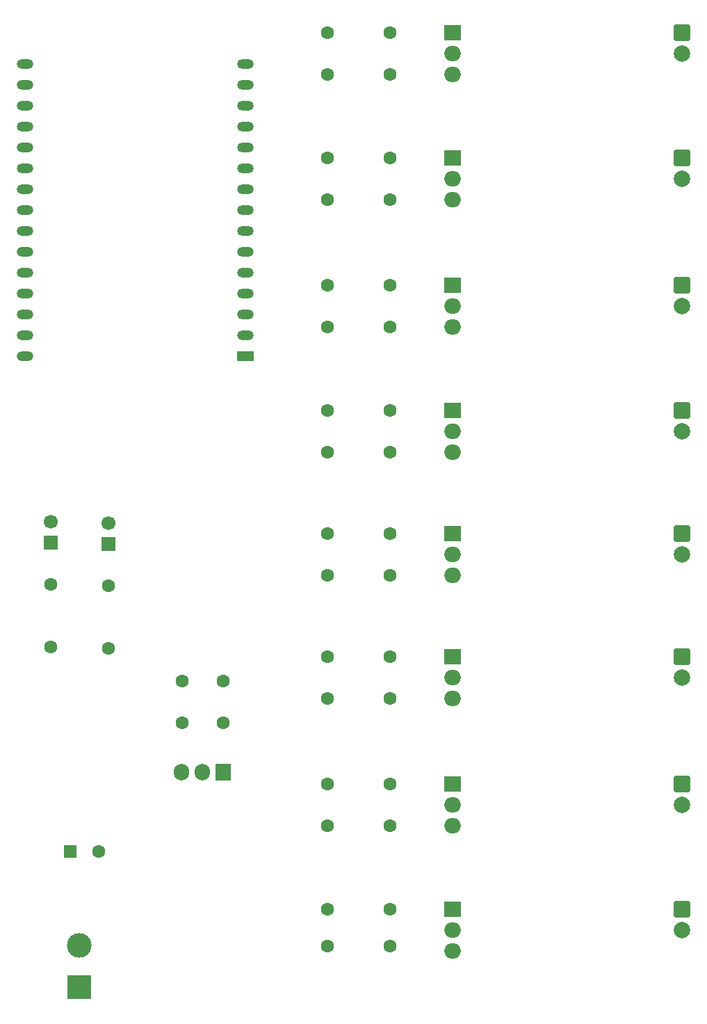
<source format=gbr>
%TF.GenerationSoftware,KiCad,Pcbnew,9.0.7*%
%TF.CreationDate,2026-02-12T14:15:23+00:00*%
%TF.ProjectId,VANDIMMER-8CH,56414e44-494d-44d4-9552-2d3843482e6b,rev?*%
%TF.SameCoordinates,Original*%
%TF.FileFunction,Copper,L1,Top*%
%TF.FilePolarity,Positive*%
%FSLAX46Y46*%
G04 Gerber Fmt 4.6, Leading zero omitted, Abs format (unit mm)*
G04 Created by KiCad (PCBNEW 9.0.7) date 2026-02-12 14:15:23*
%MOMM*%
%LPD*%
G01*
G04 APERTURE LIST*
G04 Aperture macros list*
%AMRoundRect*
0 Rectangle with rounded corners*
0 $1 Rounding radius*
0 $2 $3 $4 $5 $6 $7 $8 $9 X,Y pos of 4 corners*
0 Add a 4 corners polygon primitive as box body*
4,1,4,$2,$3,$4,$5,$6,$7,$8,$9,$2,$3,0*
0 Add four circle primitives for the rounded corners*
1,1,$1+$1,$2,$3*
1,1,$1+$1,$4,$5*
1,1,$1+$1,$6,$7*
1,1,$1+$1,$8,$9*
0 Add four rect primitives between the rounded corners*
20,1,$1+$1,$2,$3,$4,$5,0*
20,1,$1+$1,$4,$5,$6,$7,0*
20,1,$1+$1,$6,$7,$8,$9,0*
20,1,$1+$1,$8,$9,$2,$3,0*%
G04 Aperture macros list end*
%TA.AperFunction,ComponentPad*%
%ADD10C,1.600000*%
%TD*%
%TA.AperFunction,ComponentPad*%
%ADD11RoundRect,0.250000X-0.550000X-0.550000X0.550000X-0.550000X0.550000X0.550000X-0.550000X0.550000X0*%
%TD*%
%TA.AperFunction,ComponentPad*%
%ADD12R,2.000000X1.905000*%
%TD*%
%TA.AperFunction,ComponentPad*%
%ADD13O,2.000000X1.905000*%
%TD*%
%TA.AperFunction,ComponentPad*%
%ADD14R,1.700000X1.700000*%
%TD*%
%TA.AperFunction,ComponentPad*%
%ADD15C,1.700000*%
%TD*%
%TA.AperFunction,ComponentPad*%
%ADD16RoundRect,0.250000X-0.750000X0.750000X-0.750000X-0.750000X0.750000X-0.750000X0.750000X0.750000X0*%
%TD*%
%TA.AperFunction,ComponentPad*%
%ADD17C,2.000000*%
%TD*%
%TA.AperFunction,ComponentPad*%
%ADD18R,1.905000X2.000000*%
%TD*%
%TA.AperFunction,ComponentPad*%
%ADD19O,1.905000X2.000000*%
%TD*%
%TA.AperFunction,ComponentPad*%
%ADD20R,3.000000X3.000000*%
%TD*%
%TA.AperFunction,ComponentPad*%
%ADD21C,3.000000*%
%TD*%
%TA.AperFunction,ComponentPad*%
%ADD22R,2.000000X1.200000*%
%TD*%
%TA.AperFunction,ComponentPad*%
%ADD23O,2.000000X1.200000*%
%TD*%
G04 APERTURE END LIST*
D10*
%TO.P,R18,1*%
%TO.N,Net-(J11-Pin_1)*%
X39990000Y-107770000D03*
%TO.P,R18,2*%
%TO.N,+3.3V*%
X39990000Y-115390000D03*
%TD*%
D11*
%TO.P,C4,1*%
%TO.N,VIN*%
X42307349Y-140297349D03*
D10*
%TO.P,C4,2*%
%TO.N,GND*%
X45807349Y-140297349D03*
%TD*%
%TO.P,C1,1*%
%TO.N,VIN*%
X55960000Y-124650000D03*
%TO.P,C1,2*%
%TO.N,GND*%
X60960000Y-124650000D03*
%TD*%
D12*
%TO.P,Q3,1,G*%
%TO.N,Net-(Q3-G)*%
X88900000Y-71400000D03*
D13*
%TO.P,Q3,2,S*%
%TO.N,GND*%
X88900000Y-73940000D03*
%TO.P,Q3,3,D*%
%TO.N,Net-(J4-Pin_2)*%
X88900000Y-76480000D03*
%TD*%
D14*
%TO.P,J10,1,Pin_1*%
%TO.N,Net-(J10-Pin_1)*%
X46990000Y-102870000D03*
D15*
%TO.P,J10,2,Pin_2*%
%TO.N,GND*%
X46990000Y-100330000D03*
%TD*%
D16*
%TO.P,J9,1,Pin_1*%
%TO.N,VIN*%
X116840000Y-147320000D03*
D17*
%TO.P,J9,2,Pin_2*%
%TO.N,Net-(J9-Pin_2)*%
X116840000Y-149860000D03*
%TD*%
D10*
%TO.P,R9,1*%
%TO.N,Net-(Q5-G)*%
X81280000Y-101600000D03*
%TO.P,R9,2*%
%TO.N,CH5*%
X73660000Y-101600000D03*
%TD*%
D12*
%TO.P,Q7,1,G*%
%TO.N,Net-(Q7-G)*%
X88900000Y-132080000D03*
D13*
%TO.P,Q7,2,S*%
%TO.N,GND*%
X88900000Y-134620000D03*
%TO.P,Q7,3,D*%
%TO.N,Net-(J8-Pin_2)*%
X88900000Y-137160000D03*
%TD*%
D10*
%TO.P,R7,1*%
%TO.N,Net-(Q4-G)*%
X81280000Y-86640000D03*
%TO.P,R7,2*%
%TO.N,CH4*%
X73660000Y-86640000D03*
%TD*%
%TO.P,R1,1*%
%TO.N,Net-(Q1-G)*%
X81280000Y-40640000D03*
%TO.P,R1,2*%
%TO.N,CH1*%
X73660000Y-40640000D03*
%TD*%
%TO.P,R3,1*%
%TO.N,Net-(Q2-G)*%
X81280000Y-55880000D03*
%TO.P,R3,2*%
%TO.N,CH2*%
X73660000Y-55880000D03*
%TD*%
%TO.P,R16,1*%
%TO.N,GND*%
X73660000Y-151840000D03*
%TO.P,R16,2*%
%TO.N,Net-(Q8-G)*%
X81280000Y-151840000D03*
%TD*%
%TO.P,R17,1*%
%TO.N,Net-(J10-Pin_1)*%
X46990000Y-107950000D03*
%TO.P,R17,2*%
%TO.N,+3.3V*%
X46990000Y-115570000D03*
%TD*%
D12*
%TO.P,Q2,1,G*%
%TO.N,Net-(Q2-G)*%
X88900000Y-55880000D03*
D13*
%TO.P,Q2,2,S*%
%TO.N,GND*%
X88900000Y-58420000D03*
%TO.P,Q2,3,D*%
%TO.N,Net-(J3-Pin_2)*%
X88900000Y-60960000D03*
%TD*%
D18*
%TO.P,U1,1,GND*%
%TO.N,GND*%
X60960000Y-130660000D03*
D19*
%TO.P,U1,2,VO*%
%TO.N,+3.3V*%
X58420000Y-130660000D03*
%TO.P,U1,3,VI*%
%TO.N,VIN*%
X55880000Y-130660000D03*
%TD*%
D16*
%TO.P,J5,1,Pin_1*%
%TO.N,VIN*%
X116840000Y-86640000D03*
D17*
%TO.P,J5,2,Pin_2*%
%TO.N,Net-(J5-Pin_2)*%
X116840000Y-89180000D03*
%TD*%
D10*
%TO.P,R2,1*%
%TO.N,GND*%
X73660000Y-45720000D03*
%TO.P,R2,2*%
%TO.N,Net-(Q1-G)*%
X81280000Y-45720000D03*
%TD*%
D16*
%TO.P,J6,1,Pin_1*%
%TO.N,VIN*%
X116840000Y-101600000D03*
D17*
%TO.P,J6,2,Pin_2*%
%TO.N,Net-(J6-Pin_2)*%
X116840000Y-104140000D03*
%TD*%
D10*
%TO.P,R4,1*%
%TO.N,GND*%
X73660000Y-60960000D03*
%TO.P,R4,2*%
%TO.N,Net-(Q2-G)*%
X81280000Y-60960000D03*
%TD*%
D16*
%TO.P,J4,1,Pin_1*%
%TO.N,VIN*%
X116840000Y-71400000D03*
D17*
%TO.P,J4,2,Pin_2*%
%TO.N,Net-(J4-Pin_2)*%
X116840000Y-73940000D03*
%TD*%
D10*
%TO.P,R14,1*%
%TO.N,GND*%
X73660000Y-137160000D03*
%TO.P,R14,2*%
%TO.N,Net-(Q7-G)*%
X81280000Y-137160000D03*
%TD*%
%TO.P,R5,1*%
%TO.N,Net-(Q3-G)*%
X81280000Y-71400000D03*
%TO.P,R5,2*%
%TO.N,CH3*%
X73660000Y-71400000D03*
%TD*%
%TO.P,R10,1*%
%TO.N,GND*%
X73660000Y-106680000D03*
%TO.P,R10,2*%
%TO.N,Net-(Q5-G)*%
X81280000Y-106680000D03*
%TD*%
%TO.P,R15,1*%
%TO.N,Net-(Q8-G)*%
X81280000Y-147320000D03*
%TO.P,R15,2*%
%TO.N,CH8*%
X73660000Y-147320000D03*
%TD*%
D12*
%TO.P,Q8,1,G*%
%TO.N,Net-(Q8-G)*%
X88900000Y-147320000D03*
D13*
%TO.P,Q8,2,S*%
%TO.N,GND*%
X88900000Y-149860000D03*
%TO.P,Q8,3,D*%
%TO.N,Net-(J9-Pin_2)*%
X88900000Y-152400000D03*
%TD*%
D16*
%TO.P,J8,1,Pin_1*%
%TO.N,VIN*%
X116840000Y-132080000D03*
D17*
%TO.P,J8,2,Pin_2*%
%TO.N,Net-(J8-Pin_2)*%
X116840000Y-134620000D03*
%TD*%
D12*
%TO.P,Q5,1,G*%
%TO.N,Net-(Q5-G)*%
X88900000Y-101600000D03*
D13*
%TO.P,Q5,2,S*%
%TO.N,GND*%
X88900000Y-104140000D03*
%TO.P,Q5,3,D*%
%TO.N,Net-(J6-Pin_2)*%
X88900000Y-106680000D03*
%TD*%
D14*
%TO.P,J11,1,Pin_1*%
%TO.N,Net-(J11-Pin_1)*%
X39990000Y-102690000D03*
D15*
%TO.P,J11,2,Pin_2*%
%TO.N,GND*%
X39990000Y-100150000D03*
%TD*%
D12*
%TO.P,Q1,1,G*%
%TO.N,Net-(Q1-G)*%
X88900000Y-40640000D03*
D13*
%TO.P,Q1,2,S*%
%TO.N,GND*%
X88900000Y-43180000D03*
%TO.P,Q1,3,D*%
%TO.N,Net-(J2-Pin_2)*%
X88900000Y-45720000D03*
%TD*%
D10*
%TO.P,R8,1*%
%TO.N,GND*%
X73660000Y-91720000D03*
%TO.P,R8,2*%
%TO.N,Net-(Q4-G)*%
X81280000Y-91720000D03*
%TD*%
D16*
%TO.P,J7,1,Pin_1*%
%TO.N,VIN*%
X116840000Y-116560000D03*
D17*
%TO.P,J7,2,Pin_2*%
%TO.N,Net-(J7-Pin_2)*%
X116840000Y-119100000D03*
%TD*%
D20*
%TO.P,J1,1,Pin_1*%
%TO.N,VIN*%
X43460000Y-156837349D03*
D21*
%TO.P,J1,2,Pin_2*%
%TO.N,GND*%
X43460000Y-151757349D03*
%TD*%
D10*
%TO.P,R12,1*%
%TO.N,GND*%
X73660000Y-121640000D03*
%TO.P,R12,2*%
%TO.N,Net-(Q6-G)*%
X81280000Y-121640000D03*
%TD*%
D16*
%TO.P,J3,1,Pin_1*%
%TO.N,VIN*%
X116840000Y-55880000D03*
D17*
%TO.P,J3,2,Pin_2*%
%TO.N,Net-(J3-Pin_2)*%
X116840000Y-58420000D03*
%TD*%
D10*
%TO.P,R13,1*%
%TO.N,Net-(Q7-G)*%
X81280000Y-132080000D03*
%TO.P,R13,2*%
%TO.N,CH7*%
X73660000Y-132080000D03*
%TD*%
%TO.P,R11,1*%
%TO.N,Net-(Q6-G)*%
X81280000Y-116560000D03*
%TO.P,R11,2*%
%TO.N,CH6*%
X73660000Y-116560000D03*
%TD*%
D12*
%TO.P,Q4,1,G*%
%TO.N,Net-(Q4-G)*%
X88900000Y-86640000D03*
D13*
%TO.P,Q4,2,S*%
%TO.N,GND*%
X88900000Y-89180000D03*
%TO.P,Q4,3,D*%
%TO.N,Net-(J5-Pin_2)*%
X88900000Y-91720000D03*
%TD*%
D16*
%TO.P,J2,1,Pin_1*%
%TO.N,VIN*%
X116840000Y-40640000D03*
D17*
%TO.P,J2,2,Pin_2*%
%TO.N,Net-(J2-Pin_2)*%
X116840000Y-43180000D03*
%TD*%
D12*
%TO.P,Q6,1,G*%
%TO.N,Net-(Q6-G)*%
X88900000Y-116560000D03*
D13*
%TO.P,Q6,2,S*%
%TO.N,GND*%
X88900000Y-119100000D03*
%TO.P,Q6,3,D*%
%TO.N,Net-(J7-Pin_2)*%
X88900000Y-121640000D03*
%TD*%
D10*
%TO.P,R6,1*%
%TO.N,GND*%
X73660000Y-76480000D03*
%TO.P,R6,2*%
%TO.N,Net-(Q3-G)*%
X81280000Y-76480000D03*
%TD*%
%TO.P,C2,1*%
%TO.N,+3.3V*%
X55960000Y-119570000D03*
%TO.P,C2,2*%
%TO.N,GND*%
X60960000Y-119570000D03*
%TD*%
D22*
%TO.P,U2,1,EN*%
%TO.N,unconnected-(U2-EN-Pad1)*%
X63690000Y-79987280D03*
D23*
%TO.P,U2,2,VP*%
%TO.N,unconnected-(U2-VP-Pad2)*%
X63690000Y-77447280D03*
%TO.P,U2,3,VN*%
%TO.N,unconnected-(U2-VN-Pad3)*%
X63690000Y-74907280D03*
%TO.P,U2,4,D34*%
%TO.N,unconnected-(U2-D34-Pad4)*%
X63690000Y-72367280D03*
%TO.P,U2,5,D35*%
%TO.N,unconnected-(U2-D35-Pad5)*%
X63690000Y-69827280D03*
%TO.P,U2,6,D32*%
%TO.N,CH8*%
X63690000Y-67287280D03*
%TO.P,U2,7,D33*%
%TO.N,CH7*%
X63690000Y-64747280D03*
%TO.P,U2,8,D25*%
%TO.N,CH6*%
X63690000Y-62207280D03*
%TO.P,U2,9,D26*%
%TO.N,CH5*%
X63690000Y-59667280D03*
%TO.P,U2,10,D27*%
%TO.N,CH4*%
X63690000Y-57127280D03*
%TO.P,U2,11,D14*%
%TO.N,CH3*%
X63690000Y-54587280D03*
%TO.P,U2,12,D12*%
%TO.N,CH2*%
X63690000Y-52047280D03*
%TO.P,U2,13,D13*%
%TO.N,CH1*%
X63690000Y-49507280D03*
%TO.P,U2,14,Gnd*%
%TO.N,GND*%
X63690000Y-46967280D03*
%TO.P,U2,15,Vin*%
%TO.N,unconnected-(U2-Vin-Pad15)*%
X63690000Y-44427280D03*
%TO.P,U2,16,3.3v*%
%TO.N,+3.3V*%
X36830000Y-44450000D03*
%TO.P,U2,17,Gnd*%
%TO.N,GND*%
X36830000Y-46990000D03*
%TO.P,U2,18,D15*%
%TO.N,unconnected-(U2-D15-Pad18)*%
X36826320Y-49527280D03*
%TO.P,U2,19,D2*%
%TO.N,unconnected-(U2-D2-Pad19)*%
X36826320Y-52067280D03*
%TO.P,U2,20,D4*%
%TO.N,unconnected-(U2-D4-Pad20)*%
X36826320Y-54607280D03*
%TO.P,U2,21,Rx2*%
%TO.N,unconnected-(U2-Rx2-Pad21)*%
X36826320Y-57147280D03*
%TO.P,U2,22,Tx2*%
%TO.N,unconnected-(U2-Tx2-Pad22)*%
X36826320Y-59687280D03*
%TO.P,U2,23,D5*%
%TO.N,unconnected-(U2-D5-Pad23)*%
X36826320Y-62227280D03*
%TO.P,U2,24,D18*%
%TO.N,Net-(J11-Pin_1)*%
X36826320Y-64767280D03*
%TO.P,U2,25,D19*%
%TO.N,Net-(J10-Pin_1)*%
X36826320Y-67307280D03*
%TO.P,U2,26,D21*%
%TO.N,unconnected-(U2-D21-Pad26)*%
X36826320Y-69847280D03*
%TO.P,U2,27,Rx0*%
%TO.N,unconnected-(U2-Rx0-Pad27)*%
X36826320Y-72387280D03*
%TO.P,U2,28,Tx0*%
%TO.N,unconnected-(U2-Tx0-Pad28)*%
X36826320Y-74927280D03*
%TO.P,U2,29,D22*%
%TO.N,unconnected-(U2-D22-Pad29)*%
X36826320Y-77467280D03*
%TO.P,U2,30,D23*%
%TO.N,unconnected-(U2-D23-Pad30)*%
X36826320Y-80007280D03*
%TD*%
M02*

</source>
